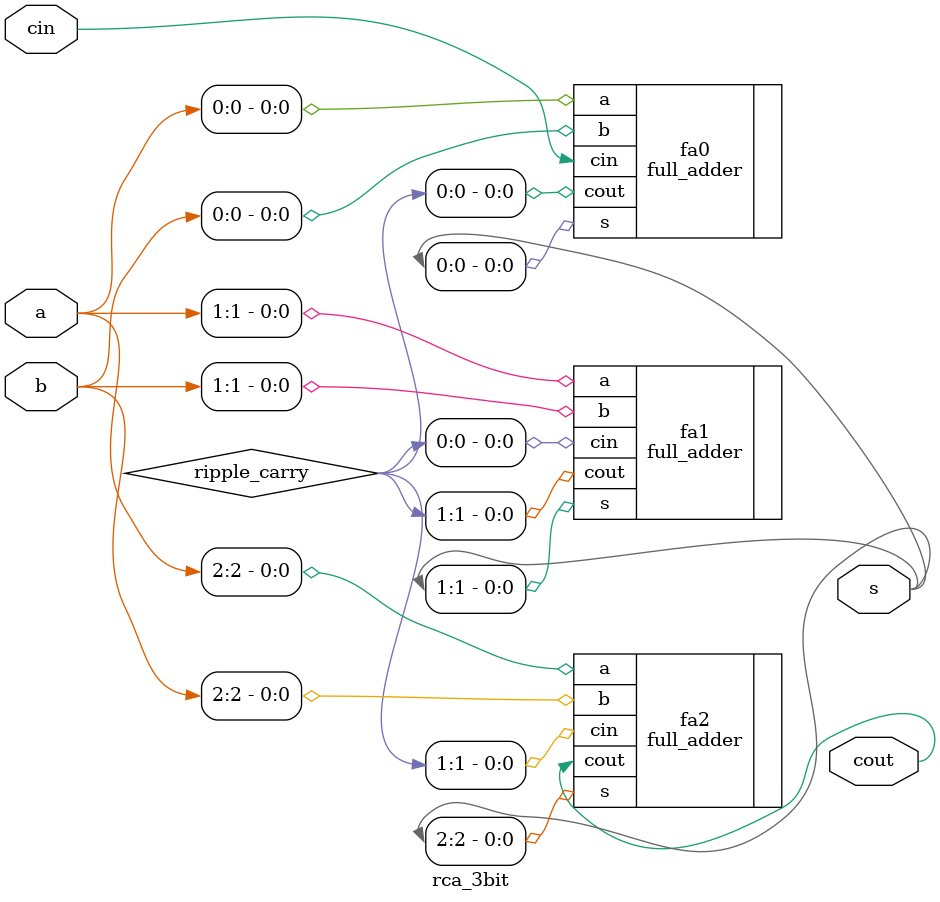
<source format=v>
/*
 * 3 bit ripple carry adder using 3 full adders
 */
module rca_3bit(
    input [2:0] a,
    input [2:0] b,
    input cin,
    output [2:0] s,
    output cout
);
    wire [1:0] ripple_carry;
    full_adder fa0(
        .a(a[0]),
        .b(b[0]),
        .cin(cin),
        .s(s[0]),
        .cout(ripple_carry[0])
    );
    full_adder fa1(
        .a(a[1]),
        .b(b[1]),
        .cin(ripple_carry[0]),
        .s(s[1]),
        .cout(ripple_carry[1])
    );
    full_adder fa2(
        .a(a[2]),
        .b(b[2]),
        .cin(ripple_carry[1]),
        .s(s[2]),
        .cout(cout)
    );
endmodule

</source>
